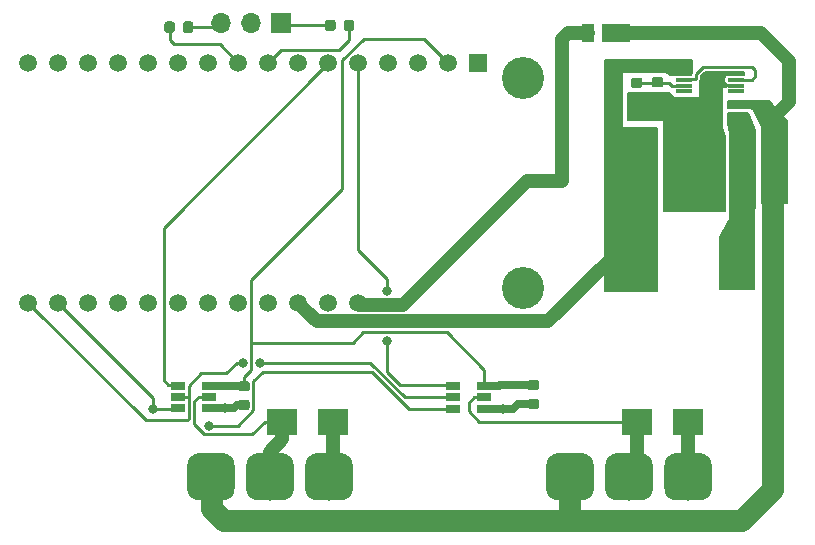
<source format=gbr>
G04 #@! TF.GenerationSoftware,KiCad,Pcbnew,5.1.4*
G04 #@! TF.CreationDate,2019-08-27T14:39:49-04:00*
G04 #@! TF.ProjectId,siot-gateway-particle,73696f74-2d67-4617-9465-7761792d7061,rev?*
G04 #@! TF.SameCoordinates,Original*
G04 #@! TF.FileFunction,Copper,L1,Top*
G04 #@! TF.FilePolarity,Positive*
%FSLAX46Y46*%
G04 Gerber Fmt 4.6, Leading zero omitted, Abs format (unit mm)*
G04 Created by KiCad (PCBNEW 5.1.4) date 2019-08-27 14:39:49*
%MOMM*%
%LPD*%
G04 APERTURE LIST*
%ADD10C,1.508000*%
%ADD11R,1.508000X1.508000*%
%ADD12C,3.556000*%
%ADD13C,0.100000*%
%ADD14C,0.875000*%
%ADD15O,1.700000X1.700000*%
%ADD16R,1.700000X1.700000*%
%ADD17C,4.000000*%
%ADD18R,2.500000X2.300000*%
%ADD19R,1.050000X1.500000*%
%ADD20R,2.400000X1.500000*%
%ADD21C,0.800000*%
%ADD22R,1.650000X2.850000*%
%ADD23R,1.400000X0.300000*%
%ADD24C,1.250000*%
%ADD25C,1.600000*%
%ADD26C,1.800000*%
%ADD27R,1.220000X0.650000*%
%ADD28C,0.250000*%
%ADD29C,0.700000*%
%ADD30C,1.200000*%
%ADD31C,1.900000*%
%ADD32C,0.152400*%
G04 APERTURE END LIST*
D10*
X106540000Y-97050000D03*
X109080000Y-97050000D03*
X111620000Y-97050000D03*
X114160000Y-97050000D03*
X116700000Y-97050000D03*
X119240000Y-97050000D03*
X121780000Y-97050000D03*
X124320000Y-97050000D03*
X126860000Y-97050000D03*
X129400000Y-97050000D03*
X131940000Y-97050000D03*
X134480000Y-97050000D03*
X106540000Y-76730000D03*
X109080000Y-76730000D03*
X111620000Y-76730000D03*
X114160000Y-76730000D03*
X116700000Y-76730000D03*
X119240000Y-76730000D03*
X121780000Y-76730000D03*
X124320000Y-76730000D03*
X126860000Y-76730000D03*
X129400000Y-76730000D03*
X131940000Y-76730000D03*
X134480000Y-76730000D03*
X137020000Y-76730000D03*
X139560000Y-76730000D03*
X142100000Y-76730000D03*
D11*
X144640000Y-76730000D03*
D12*
X148450000Y-78000000D03*
X148450000Y-95780000D03*
D13*
G36*
X120315191Y-73226053D02*
G01*
X120336426Y-73229203D01*
X120357250Y-73234419D01*
X120377462Y-73241651D01*
X120396868Y-73250830D01*
X120415281Y-73261866D01*
X120432524Y-73274654D01*
X120448430Y-73289070D01*
X120462846Y-73304976D01*
X120475634Y-73322219D01*
X120486670Y-73340632D01*
X120495849Y-73360038D01*
X120503081Y-73380250D01*
X120508297Y-73401074D01*
X120511447Y-73422309D01*
X120512500Y-73443750D01*
X120512500Y-73956250D01*
X120511447Y-73977691D01*
X120508297Y-73998926D01*
X120503081Y-74019750D01*
X120495849Y-74039962D01*
X120486670Y-74059368D01*
X120475634Y-74077781D01*
X120462846Y-74095024D01*
X120448430Y-74110930D01*
X120432524Y-74125346D01*
X120415281Y-74138134D01*
X120396868Y-74149170D01*
X120377462Y-74158349D01*
X120357250Y-74165581D01*
X120336426Y-74170797D01*
X120315191Y-74173947D01*
X120293750Y-74175000D01*
X119856250Y-74175000D01*
X119834809Y-74173947D01*
X119813574Y-74170797D01*
X119792750Y-74165581D01*
X119772538Y-74158349D01*
X119753132Y-74149170D01*
X119734719Y-74138134D01*
X119717476Y-74125346D01*
X119701570Y-74110930D01*
X119687154Y-74095024D01*
X119674366Y-74077781D01*
X119663330Y-74059368D01*
X119654151Y-74039962D01*
X119646919Y-74019750D01*
X119641703Y-73998926D01*
X119638553Y-73977691D01*
X119637500Y-73956250D01*
X119637500Y-73443750D01*
X119638553Y-73422309D01*
X119641703Y-73401074D01*
X119646919Y-73380250D01*
X119654151Y-73360038D01*
X119663330Y-73340632D01*
X119674366Y-73322219D01*
X119687154Y-73304976D01*
X119701570Y-73289070D01*
X119717476Y-73274654D01*
X119734719Y-73261866D01*
X119753132Y-73250830D01*
X119772538Y-73241651D01*
X119792750Y-73234419D01*
X119813574Y-73229203D01*
X119834809Y-73226053D01*
X119856250Y-73225000D01*
X120293750Y-73225000D01*
X120315191Y-73226053D01*
X120315191Y-73226053D01*
G37*
D14*
X120075000Y-73700000D03*
D13*
G36*
X118740191Y-73226053D02*
G01*
X118761426Y-73229203D01*
X118782250Y-73234419D01*
X118802462Y-73241651D01*
X118821868Y-73250830D01*
X118840281Y-73261866D01*
X118857524Y-73274654D01*
X118873430Y-73289070D01*
X118887846Y-73304976D01*
X118900634Y-73322219D01*
X118911670Y-73340632D01*
X118920849Y-73360038D01*
X118928081Y-73380250D01*
X118933297Y-73401074D01*
X118936447Y-73422309D01*
X118937500Y-73443750D01*
X118937500Y-73956250D01*
X118936447Y-73977691D01*
X118933297Y-73998926D01*
X118928081Y-74019750D01*
X118920849Y-74039962D01*
X118911670Y-74059368D01*
X118900634Y-74077781D01*
X118887846Y-74095024D01*
X118873430Y-74110930D01*
X118857524Y-74125346D01*
X118840281Y-74138134D01*
X118821868Y-74149170D01*
X118802462Y-74158349D01*
X118782250Y-74165581D01*
X118761426Y-74170797D01*
X118740191Y-74173947D01*
X118718750Y-74175000D01*
X118281250Y-74175000D01*
X118259809Y-74173947D01*
X118238574Y-74170797D01*
X118217750Y-74165581D01*
X118197538Y-74158349D01*
X118178132Y-74149170D01*
X118159719Y-74138134D01*
X118142476Y-74125346D01*
X118126570Y-74110930D01*
X118112154Y-74095024D01*
X118099366Y-74077781D01*
X118088330Y-74059368D01*
X118079151Y-74039962D01*
X118071919Y-74019750D01*
X118066703Y-73998926D01*
X118063553Y-73977691D01*
X118062500Y-73956250D01*
X118062500Y-73443750D01*
X118063553Y-73422309D01*
X118066703Y-73401074D01*
X118071919Y-73380250D01*
X118079151Y-73360038D01*
X118088330Y-73340632D01*
X118099366Y-73322219D01*
X118112154Y-73304976D01*
X118126570Y-73289070D01*
X118142476Y-73274654D01*
X118159719Y-73261866D01*
X118178132Y-73250830D01*
X118197538Y-73241651D01*
X118217750Y-73234419D01*
X118238574Y-73229203D01*
X118259809Y-73226053D01*
X118281250Y-73225000D01*
X118718750Y-73225000D01*
X118740191Y-73226053D01*
X118740191Y-73226053D01*
G37*
D14*
X118500000Y-73700000D03*
D13*
G36*
X132352691Y-73076053D02*
G01*
X132373926Y-73079203D01*
X132394750Y-73084419D01*
X132414962Y-73091651D01*
X132434368Y-73100830D01*
X132452781Y-73111866D01*
X132470024Y-73124654D01*
X132485930Y-73139070D01*
X132500346Y-73154976D01*
X132513134Y-73172219D01*
X132524170Y-73190632D01*
X132533349Y-73210038D01*
X132540581Y-73230250D01*
X132545797Y-73251074D01*
X132548947Y-73272309D01*
X132550000Y-73293750D01*
X132550000Y-73806250D01*
X132548947Y-73827691D01*
X132545797Y-73848926D01*
X132540581Y-73869750D01*
X132533349Y-73889962D01*
X132524170Y-73909368D01*
X132513134Y-73927781D01*
X132500346Y-73945024D01*
X132485930Y-73960930D01*
X132470024Y-73975346D01*
X132452781Y-73988134D01*
X132434368Y-73999170D01*
X132414962Y-74008349D01*
X132394750Y-74015581D01*
X132373926Y-74020797D01*
X132352691Y-74023947D01*
X132331250Y-74025000D01*
X131893750Y-74025000D01*
X131872309Y-74023947D01*
X131851074Y-74020797D01*
X131830250Y-74015581D01*
X131810038Y-74008349D01*
X131790632Y-73999170D01*
X131772219Y-73988134D01*
X131754976Y-73975346D01*
X131739070Y-73960930D01*
X131724654Y-73945024D01*
X131711866Y-73927781D01*
X131700830Y-73909368D01*
X131691651Y-73889962D01*
X131684419Y-73869750D01*
X131679203Y-73848926D01*
X131676053Y-73827691D01*
X131675000Y-73806250D01*
X131675000Y-73293750D01*
X131676053Y-73272309D01*
X131679203Y-73251074D01*
X131684419Y-73230250D01*
X131691651Y-73210038D01*
X131700830Y-73190632D01*
X131711866Y-73172219D01*
X131724654Y-73154976D01*
X131739070Y-73139070D01*
X131754976Y-73124654D01*
X131772219Y-73111866D01*
X131790632Y-73100830D01*
X131810038Y-73091651D01*
X131830250Y-73084419D01*
X131851074Y-73079203D01*
X131872309Y-73076053D01*
X131893750Y-73075000D01*
X132331250Y-73075000D01*
X132352691Y-73076053D01*
X132352691Y-73076053D01*
G37*
D14*
X132112500Y-73550000D03*
D13*
G36*
X133927691Y-73076053D02*
G01*
X133948926Y-73079203D01*
X133969750Y-73084419D01*
X133989962Y-73091651D01*
X134009368Y-73100830D01*
X134027781Y-73111866D01*
X134045024Y-73124654D01*
X134060930Y-73139070D01*
X134075346Y-73154976D01*
X134088134Y-73172219D01*
X134099170Y-73190632D01*
X134108349Y-73210038D01*
X134115581Y-73230250D01*
X134120797Y-73251074D01*
X134123947Y-73272309D01*
X134125000Y-73293750D01*
X134125000Y-73806250D01*
X134123947Y-73827691D01*
X134120797Y-73848926D01*
X134115581Y-73869750D01*
X134108349Y-73889962D01*
X134099170Y-73909368D01*
X134088134Y-73927781D01*
X134075346Y-73945024D01*
X134060930Y-73960930D01*
X134045024Y-73975346D01*
X134027781Y-73988134D01*
X134009368Y-73999170D01*
X133989962Y-74008349D01*
X133969750Y-74015581D01*
X133948926Y-74020797D01*
X133927691Y-74023947D01*
X133906250Y-74025000D01*
X133468750Y-74025000D01*
X133447309Y-74023947D01*
X133426074Y-74020797D01*
X133405250Y-74015581D01*
X133385038Y-74008349D01*
X133365632Y-73999170D01*
X133347219Y-73988134D01*
X133329976Y-73975346D01*
X133314070Y-73960930D01*
X133299654Y-73945024D01*
X133286866Y-73927781D01*
X133275830Y-73909368D01*
X133266651Y-73889962D01*
X133259419Y-73869750D01*
X133254203Y-73848926D01*
X133251053Y-73827691D01*
X133250000Y-73806250D01*
X133250000Y-73293750D01*
X133251053Y-73272309D01*
X133254203Y-73251074D01*
X133259419Y-73230250D01*
X133266651Y-73210038D01*
X133275830Y-73190632D01*
X133286866Y-73172219D01*
X133299654Y-73154976D01*
X133314070Y-73139070D01*
X133329976Y-73124654D01*
X133347219Y-73111866D01*
X133365632Y-73100830D01*
X133385038Y-73091651D01*
X133405250Y-73084419D01*
X133426074Y-73079203D01*
X133447309Y-73076053D01*
X133468750Y-73075000D01*
X133906250Y-73075000D01*
X133927691Y-73076053D01*
X133927691Y-73076053D01*
G37*
D14*
X133687500Y-73550000D03*
D15*
X122870000Y-73350000D03*
X125410000Y-73350000D03*
D16*
X127950000Y-73350000D03*
D13*
G36*
X163498017Y-109764815D02*
G01*
X163595090Y-109779215D01*
X163690285Y-109803060D01*
X163782683Y-109836120D01*
X163871397Y-109878079D01*
X163955570Y-109928530D01*
X164034393Y-109986990D01*
X164107107Y-110052893D01*
X164173010Y-110125607D01*
X164231470Y-110204430D01*
X164281921Y-110288603D01*
X164323880Y-110377317D01*
X164356940Y-110469715D01*
X164380785Y-110564910D01*
X164395185Y-110661983D01*
X164400000Y-110760000D01*
X164400000Y-112760000D01*
X164395185Y-112858017D01*
X164380785Y-112955090D01*
X164356940Y-113050285D01*
X164323880Y-113142683D01*
X164281921Y-113231397D01*
X164231470Y-113315570D01*
X164173010Y-113394393D01*
X164107107Y-113467107D01*
X164034393Y-113533010D01*
X163955570Y-113591470D01*
X163871397Y-113641921D01*
X163782683Y-113683880D01*
X163690285Y-113716940D01*
X163595090Y-113740785D01*
X163498017Y-113755185D01*
X163400000Y-113760000D01*
X161400000Y-113760000D01*
X161301983Y-113755185D01*
X161204910Y-113740785D01*
X161109715Y-113716940D01*
X161017317Y-113683880D01*
X160928603Y-113641921D01*
X160844430Y-113591470D01*
X160765607Y-113533010D01*
X160692893Y-113467107D01*
X160626990Y-113394393D01*
X160568530Y-113315570D01*
X160518079Y-113231397D01*
X160476120Y-113142683D01*
X160443060Y-113050285D01*
X160419215Y-112955090D01*
X160404815Y-112858017D01*
X160400000Y-112760000D01*
X160400000Y-110760000D01*
X160404815Y-110661983D01*
X160419215Y-110564910D01*
X160443060Y-110469715D01*
X160476120Y-110377317D01*
X160518079Y-110288603D01*
X160568530Y-110204430D01*
X160626990Y-110125607D01*
X160692893Y-110052893D01*
X160765607Y-109986990D01*
X160844430Y-109928530D01*
X160928603Y-109878079D01*
X161017317Y-109836120D01*
X161109715Y-109803060D01*
X161204910Y-109779215D01*
X161301983Y-109764815D01*
X161400000Y-109760000D01*
X163400000Y-109760000D01*
X163498017Y-109764815D01*
X163498017Y-109764815D01*
G37*
D17*
X162400000Y-111760000D03*
D13*
G36*
X158498017Y-109764815D02*
G01*
X158595090Y-109779215D01*
X158690285Y-109803060D01*
X158782683Y-109836120D01*
X158871397Y-109878079D01*
X158955570Y-109928530D01*
X159034393Y-109986990D01*
X159107107Y-110052893D01*
X159173010Y-110125607D01*
X159231470Y-110204430D01*
X159281921Y-110288603D01*
X159323880Y-110377317D01*
X159356940Y-110469715D01*
X159380785Y-110564910D01*
X159395185Y-110661983D01*
X159400000Y-110760000D01*
X159400000Y-112760000D01*
X159395185Y-112858017D01*
X159380785Y-112955090D01*
X159356940Y-113050285D01*
X159323880Y-113142683D01*
X159281921Y-113231397D01*
X159231470Y-113315570D01*
X159173010Y-113394393D01*
X159107107Y-113467107D01*
X159034393Y-113533010D01*
X158955570Y-113591470D01*
X158871397Y-113641921D01*
X158782683Y-113683880D01*
X158690285Y-113716940D01*
X158595090Y-113740785D01*
X158498017Y-113755185D01*
X158400000Y-113760000D01*
X156400000Y-113760000D01*
X156301983Y-113755185D01*
X156204910Y-113740785D01*
X156109715Y-113716940D01*
X156017317Y-113683880D01*
X155928603Y-113641921D01*
X155844430Y-113591470D01*
X155765607Y-113533010D01*
X155692893Y-113467107D01*
X155626990Y-113394393D01*
X155568530Y-113315570D01*
X155518079Y-113231397D01*
X155476120Y-113142683D01*
X155443060Y-113050285D01*
X155419215Y-112955090D01*
X155404815Y-112858017D01*
X155400000Y-112760000D01*
X155400000Y-110760000D01*
X155404815Y-110661983D01*
X155419215Y-110564910D01*
X155443060Y-110469715D01*
X155476120Y-110377317D01*
X155518079Y-110288603D01*
X155568530Y-110204430D01*
X155626990Y-110125607D01*
X155692893Y-110052893D01*
X155765607Y-109986990D01*
X155844430Y-109928530D01*
X155928603Y-109878079D01*
X156017317Y-109836120D01*
X156109715Y-109803060D01*
X156204910Y-109779215D01*
X156301983Y-109764815D01*
X156400000Y-109760000D01*
X158400000Y-109760000D01*
X158498017Y-109764815D01*
X158498017Y-109764815D01*
G37*
D17*
X157400000Y-111760000D03*
D13*
G36*
X153498017Y-109764815D02*
G01*
X153595090Y-109779215D01*
X153690285Y-109803060D01*
X153782683Y-109836120D01*
X153871397Y-109878079D01*
X153955570Y-109928530D01*
X154034393Y-109986990D01*
X154107107Y-110052893D01*
X154173010Y-110125607D01*
X154231470Y-110204430D01*
X154281921Y-110288603D01*
X154323880Y-110377317D01*
X154356940Y-110469715D01*
X154380785Y-110564910D01*
X154395185Y-110661983D01*
X154400000Y-110760000D01*
X154400000Y-112760000D01*
X154395185Y-112858017D01*
X154380785Y-112955090D01*
X154356940Y-113050285D01*
X154323880Y-113142683D01*
X154281921Y-113231397D01*
X154231470Y-113315570D01*
X154173010Y-113394393D01*
X154107107Y-113467107D01*
X154034393Y-113533010D01*
X153955570Y-113591470D01*
X153871397Y-113641921D01*
X153782683Y-113683880D01*
X153690285Y-113716940D01*
X153595090Y-113740785D01*
X153498017Y-113755185D01*
X153400000Y-113760000D01*
X151400000Y-113760000D01*
X151301983Y-113755185D01*
X151204910Y-113740785D01*
X151109715Y-113716940D01*
X151017317Y-113683880D01*
X150928603Y-113641921D01*
X150844430Y-113591470D01*
X150765607Y-113533010D01*
X150692893Y-113467107D01*
X150626990Y-113394393D01*
X150568530Y-113315570D01*
X150518079Y-113231397D01*
X150476120Y-113142683D01*
X150443060Y-113050285D01*
X150419215Y-112955090D01*
X150404815Y-112858017D01*
X150400000Y-112760000D01*
X150400000Y-110760000D01*
X150404815Y-110661983D01*
X150419215Y-110564910D01*
X150443060Y-110469715D01*
X150476120Y-110377317D01*
X150518079Y-110288603D01*
X150568530Y-110204430D01*
X150626990Y-110125607D01*
X150692893Y-110052893D01*
X150765607Y-109986990D01*
X150844430Y-109928530D01*
X150928603Y-109878079D01*
X151017317Y-109836120D01*
X151109715Y-109803060D01*
X151204910Y-109779215D01*
X151301983Y-109764815D01*
X151400000Y-109760000D01*
X153400000Y-109760000D01*
X153498017Y-109764815D01*
X153498017Y-109764815D01*
G37*
D17*
X152400000Y-111760000D03*
D13*
G36*
X133098017Y-109764815D02*
G01*
X133195090Y-109779215D01*
X133290285Y-109803060D01*
X133382683Y-109836120D01*
X133471397Y-109878079D01*
X133555570Y-109928530D01*
X133634393Y-109986990D01*
X133707107Y-110052893D01*
X133773010Y-110125607D01*
X133831470Y-110204430D01*
X133881921Y-110288603D01*
X133923880Y-110377317D01*
X133956940Y-110469715D01*
X133980785Y-110564910D01*
X133995185Y-110661983D01*
X134000000Y-110760000D01*
X134000000Y-112760000D01*
X133995185Y-112858017D01*
X133980785Y-112955090D01*
X133956940Y-113050285D01*
X133923880Y-113142683D01*
X133881921Y-113231397D01*
X133831470Y-113315570D01*
X133773010Y-113394393D01*
X133707107Y-113467107D01*
X133634393Y-113533010D01*
X133555570Y-113591470D01*
X133471397Y-113641921D01*
X133382683Y-113683880D01*
X133290285Y-113716940D01*
X133195090Y-113740785D01*
X133098017Y-113755185D01*
X133000000Y-113760000D01*
X131000000Y-113760000D01*
X130901983Y-113755185D01*
X130804910Y-113740785D01*
X130709715Y-113716940D01*
X130617317Y-113683880D01*
X130528603Y-113641921D01*
X130444430Y-113591470D01*
X130365607Y-113533010D01*
X130292893Y-113467107D01*
X130226990Y-113394393D01*
X130168530Y-113315570D01*
X130118079Y-113231397D01*
X130076120Y-113142683D01*
X130043060Y-113050285D01*
X130019215Y-112955090D01*
X130004815Y-112858017D01*
X130000000Y-112760000D01*
X130000000Y-110760000D01*
X130004815Y-110661983D01*
X130019215Y-110564910D01*
X130043060Y-110469715D01*
X130076120Y-110377317D01*
X130118079Y-110288603D01*
X130168530Y-110204430D01*
X130226990Y-110125607D01*
X130292893Y-110052893D01*
X130365607Y-109986990D01*
X130444430Y-109928530D01*
X130528603Y-109878079D01*
X130617317Y-109836120D01*
X130709715Y-109803060D01*
X130804910Y-109779215D01*
X130901983Y-109764815D01*
X131000000Y-109760000D01*
X133000000Y-109760000D01*
X133098017Y-109764815D01*
X133098017Y-109764815D01*
G37*
D17*
X132000000Y-111760000D03*
D13*
G36*
X128098017Y-109764815D02*
G01*
X128195090Y-109779215D01*
X128290285Y-109803060D01*
X128382683Y-109836120D01*
X128471397Y-109878079D01*
X128555570Y-109928530D01*
X128634393Y-109986990D01*
X128707107Y-110052893D01*
X128773010Y-110125607D01*
X128831470Y-110204430D01*
X128881921Y-110288603D01*
X128923880Y-110377317D01*
X128956940Y-110469715D01*
X128980785Y-110564910D01*
X128995185Y-110661983D01*
X129000000Y-110760000D01*
X129000000Y-112760000D01*
X128995185Y-112858017D01*
X128980785Y-112955090D01*
X128956940Y-113050285D01*
X128923880Y-113142683D01*
X128881921Y-113231397D01*
X128831470Y-113315570D01*
X128773010Y-113394393D01*
X128707107Y-113467107D01*
X128634393Y-113533010D01*
X128555570Y-113591470D01*
X128471397Y-113641921D01*
X128382683Y-113683880D01*
X128290285Y-113716940D01*
X128195090Y-113740785D01*
X128098017Y-113755185D01*
X128000000Y-113760000D01*
X126000000Y-113760000D01*
X125901983Y-113755185D01*
X125804910Y-113740785D01*
X125709715Y-113716940D01*
X125617317Y-113683880D01*
X125528603Y-113641921D01*
X125444430Y-113591470D01*
X125365607Y-113533010D01*
X125292893Y-113467107D01*
X125226990Y-113394393D01*
X125168530Y-113315570D01*
X125118079Y-113231397D01*
X125076120Y-113142683D01*
X125043060Y-113050285D01*
X125019215Y-112955090D01*
X125004815Y-112858017D01*
X125000000Y-112760000D01*
X125000000Y-110760000D01*
X125004815Y-110661983D01*
X125019215Y-110564910D01*
X125043060Y-110469715D01*
X125076120Y-110377317D01*
X125118079Y-110288603D01*
X125168530Y-110204430D01*
X125226990Y-110125607D01*
X125292893Y-110052893D01*
X125365607Y-109986990D01*
X125444430Y-109928530D01*
X125528603Y-109878079D01*
X125617317Y-109836120D01*
X125709715Y-109803060D01*
X125804910Y-109779215D01*
X125901983Y-109764815D01*
X126000000Y-109760000D01*
X128000000Y-109760000D01*
X128098017Y-109764815D01*
X128098017Y-109764815D01*
G37*
D17*
X127000000Y-111760000D03*
D13*
G36*
X123098017Y-109764815D02*
G01*
X123195090Y-109779215D01*
X123290285Y-109803060D01*
X123382683Y-109836120D01*
X123471397Y-109878079D01*
X123555570Y-109928530D01*
X123634393Y-109986990D01*
X123707107Y-110052893D01*
X123773010Y-110125607D01*
X123831470Y-110204430D01*
X123881921Y-110288603D01*
X123923880Y-110377317D01*
X123956940Y-110469715D01*
X123980785Y-110564910D01*
X123995185Y-110661983D01*
X124000000Y-110760000D01*
X124000000Y-112760000D01*
X123995185Y-112858017D01*
X123980785Y-112955090D01*
X123956940Y-113050285D01*
X123923880Y-113142683D01*
X123881921Y-113231397D01*
X123831470Y-113315570D01*
X123773010Y-113394393D01*
X123707107Y-113467107D01*
X123634393Y-113533010D01*
X123555570Y-113591470D01*
X123471397Y-113641921D01*
X123382683Y-113683880D01*
X123290285Y-113716940D01*
X123195090Y-113740785D01*
X123098017Y-113755185D01*
X123000000Y-113760000D01*
X121000000Y-113760000D01*
X120901983Y-113755185D01*
X120804910Y-113740785D01*
X120709715Y-113716940D01*
X120617317Y-113683880D01*
X120528603Y-113641921D01*
X120444430Y-113591470D01*
X120365607Y-113533010D01*
X120292893Y-113467107D01*
X120226990Y-113394393D01*
X120168530Y-113315570D01*
X120118079Y-113231397D01*
X120076120Y-113142683D01*
X120043060Y-113050285D01*
X120019215Y-112955090D01*
X120004815Y-112858017D01*
X120000000Y-112760000D01*
X120000000Y-110760000D01*
X120004815Y-110661983D01*
X120019215Y-110564910D01*
X120043060Y-110469715D01*
X120076120Y-110377317D01*
X120118079Y-110288603D01*
X120168530Y-110204430D01*
X120226990Y-110125607D01*
X120292893Y-110052893D01*
X120365607Y-109986990D01*
X120444430Y-109928530D01*
X120528603Y-109878079D01*
X120617317Y-109836120D01*
X120709715Y-109803060D01*
X120804910Y-109779215D01*
X120901983Y-109764815D01*
X121000000Y-109760000D01*
X123000000Y-109760000D01*
X123098017Y-109764815D01*
X123098017Y-109764815D01*
G37*
D17*
X122000000Y-111760000D03*
D18*
X162350000Y-107100000D03*
X158050000Y-107100000D03*
X132350000Y-107100000D03*
X128050000Y-107100000D03*
D19*
X153923000Y-74168000D03*
D20*
X156298000Y-74168000D03*
D21*
X164242000Y-80398000D03*
X164242000Y-78398000D03*
X164242000Y-79398000D03*
D22*
X164242000Y-79398000D03*
D23*
X162042000Y-77648000D03*
X162042000Y-78148000D03*
X162042000Y-78648000D03*
X166442000Y-77648000D03*
X166442000Y-78148000D03*
X166442000Y-78648000D03*
X162042000Y-81148000D03*
X162042000Y-80148000D03*
X162042000Y-79148000D03*
X166442000Y-79148000D03*
X166442000Y-80148000D03*
X166442000Y-81148000D03*
D13*
G36*
X161859504Y-83086204D02*
G01*
X161883773Y-83089804D01*
X161907571Y-83095765D01*
X161930671Y-83104030D01*
X161952849Y-83114520D01*
X161973893Y-83127133D01*
X161993598Y-83141747D01*
X162011777Y-83158223D01*
X162028253Y-83176402D01*
X162042867Y-83196107D01*
X162055480Y-83217151D01*
X162065970Y-83239329D01*
X162074235Y-83262429D01*
X162080196Y-83286227D01*
X162083796Y-83310496D01*
X162085000Y-83335000D01*
X162085000Y-85485000D01*
X162083796Y-85509504D01*
X162080196Y-85533773D01*
X162074235Y-85557571D01*
X162065970Y-85580671D01*
X162055480Y-85602849D01*
X162042867Y-85623893D01*
X162028253Y-85643598D01*
X162011777Y-85661777D01*
X161993598Y-85678253D01*
X161973893Y-85692867D01*
X161952849Y-85705480D01*
X161930671Y-85715970D01*
X161907571Y-85724235D01*
X161883773Y-85730196D01*
X161859504Y-85733796D01*
X161835000Y-85735000D01*
X161085000Y-85735000D01*
X161060496Y-85733796D01*
X161036227Y-85730196D01*
X161012429Y-85724235D01*
X160989329Y-85715970D01*
X160967151Y-85705480D01*
X160946107Y-85692867D01*
X160926402Y-85678253D01*
X160908223Y-85661777D01*
X160891747Y-85643598D01*
X160877133Y-85623893D01*
X160864520Y-85602849D01*
X160854030Y-85580671D01*
X160845765Y-85557571D01*
X160839804Y-85533773D01*
X160836204Y-85509504D01*
X160835000Y-85485000D01*
X160835000Y-83335000D01*
X160836204Y-83310496D01*
X160839804Y-83286227D01*
X160845765Y-83262429D01*
X160854030Y-83239329D01*
X160864520Y-83217151D01*
X160877133Y-83196107D01*
X160891747Y-83176402D01*
X160908223Y-83158223D01*
X160926402Y-83141747D01*
X160946107Y-83127133D01*
X160967151Y-83114520D01*
X160989329Y-83104030D01*
X161012429Y-83095765D01*
X161036227Y-83089804D01*
X161060496Y-83086204D01*
X161085000Y-83085000D01*
X161835000Y-83085000D01*
X161859504Y-83086204D01*
X161859504Y-83086204D01*
G37*
D24*
X161460000Y-84410000D03*
D13*
G36*
X159059504Y-83086204D02*
G01*
X159083773Y-83089804D01*
X159107571Y-83095765D01*
X159130671Y-83104030D01*
X159152849Y-83114520D01*
X159173893Y-83127133D01*
X159193598Y-83141747D01*
X159211777Y-83158223D01*
X159228253Y-83176402D01*
X159242867Y-83196107D01*
X159255480Y-83217151D01*
X159265970Y-83239329D01*
X159274235Y-83262429D01*
X159280196Y-83286227D01*
X159283796Y-83310496D01*
X159285000Y-83335000D01*
X159285000Y-85485000D01*
X159283796Y-85509504D01*
X159280196Y-85533773D01*
X159274235Y-85557571D01*
X159265970Y-85580671D01*
X159255480Y-85602849D01*
X159242867Y-85623893D01*
X159228253Y-85643598D01*
X159211777Y-85661777D01*
X159193598Y-85678253D01*
X159173893Y-85692867D01*
X159152849Y-85705480D01*
X159130671Y-85715970D01*
X159107571Y-85724235D01*
X159083773Y-85730196D01*
X159059504Y-85733796D01*
X159035000Y-85735000D01*
X158285000Y-85735000D01*
X158260496Y-85733796D01*
X158236227Y-85730196D01*
X158212429Y-85724235D01*
X158189329Y-85715970D01*
X158167151Y-85705480D01*
X158146107Y-85692867D01*
X158126402Y-85678253D01*
X158108223Y-85661777D01*
X158091747Y-85643598D01*
X158077133Y-85623893D01*
X158064520Y-85602849D01*
X158054030Y-85580671D01*
X158045765Y-85557571D01*
X158039804Y-85533773D01*
X158036204Y-85509504D01*
X158035000Y-85485000D01*
X158035000Y-83335000D01*
X158036204Y-83310496D01*
X158039804Y-83286227D01*
X158045765Y-83262429D01*
X158054030Y-83239329D01*
X158064520Y-83217151D01*
X158077133Y-83196107D01*
X158091747Y-83176402D01*
X158108223Y-83158223D01*
X158126402Y-83141747D01*
X158146107Y-83127133D01*
X158167151Y-83114520D01*
X158189329Y-83104030D01*
X158212429Y-83095765D01*
X158236227Y-83089804D01*
X158260496Y-83086204D01*
X158285000Y-83085000D01*
X159035000Y-83085000D01*
X159059504Y-83086204D01*
X159059504Y-83086204D01*
G37*
D24*
X158660000Y-84410000D03*
D13*
G36*
X160087691Y-79511053D02*
G01*
X160108926Y-79514203D01*
X160129750Y-79519419D01*
X160149962Y-79526651D01*
X160169368Y-79535830D01*
X160187781Y-79546866D01*
X160205024Y-79559654D01*
X160220930Y-79574070D01*
X160235346Y-79589976D01*
X160248134Y-79607219D01*
X160259170Y-79625632D01*
X160268349Y-79645038D01*
X160275581Y-79665250D01*
X160280797Y-79686074D01*
X160283947Y-79707309D01*
X160285000Y-79728750D01*
X160285000Y-80166250D01*
X160283947Y-80187691D01*
X160280797Y-80208926D01*
X160275581Y-80229750D01*
X160268349Y-80249962D01*
X160259170Y-80269368D01*
X160248134Y-80287781D01*
X160235346Y-80305024D01*
X160220930Y-80320930D01*
X160205024Y-80335346D01*
X160187781Y-80348134D01*
X160169368Y-80359170D01*
X160149962Y-80368349D01*
X160129750Y-80375581D01*
X160108926Y-80380797D01*
X160087691Y-80383947D01*
X160066250Y-80385000D01*
X159553750Y-80385000D01*
X159532309Y-80383947D01*
X159511074Y-80380797D01*
X159490250Y-80375581D01*
X159470038Y-80368349D01*
X159450632Y-80359170D01*
X159432219Y-80348134D01*
X159414976Y-80335346D01*
X159399070Y-80320930D01*
X159384654Y-80305024D01*
X159371866Y-80287781D01*
X159360830Y-80269368D01*
X159351651Y-80249962D01*
X159344419Y-80229750D01*
X159339203Y-80208926D01*
X159336053Y-80187691D01*
X159335000Y-80166250D01*
X159335000Y-79728750D01*
X159336053Y-79707309D01*
X159339203Y-79686074D01*
X159344419Y-79665250D01*
X159351651Y-79645038D01*
X159360830Y-79625632D01*
X159371866Y-79607219D01*
X159384654Y-79589976D01*
X159399070Y-79574070D01*
X159414976Y-79559654D01*
X159432219Y-79546866D01*
X159450632Y-79535830D01*
X159470038Y-79526651D01*
X159490250Y-79519419D01*
X159511074Y-79514203D01*
X159532309Y-79511053D01*
X159553750Y-79510000D01*
X160066250Y-79510000D01*
X160087691Y-79511053D01*
X160087691Y-79511053D01*
G37*
D14*
X159810000Y-79947500D03*
D13*
G36*
X160087691Y-77936053D02*
G01*
X160108926Y-77939203D01*
X160129750Y-77944419D01*
X160149962Y-77951651D01*
X160169368Y-77960830D01*
X160187781Y-77971866D01*
X160205024Y-77984654D01*
X160220930Y-77999070D01*
X160235346Y-78014976D01*
X160248134Y-78032219D01*
X160259170Y-78050632D01*
X160268349Y-78070038D01*
X160275581Y-78090250D01*
X160280797Y-78111074D01*
X160283947Y-78132309D01*
X160285000Y-78153750D01*
X160285000Y-78591250D01*
X160283947Y-78612691D01*
X160280797Y-78633926D01*
X160275581Y-78654750D01*
X160268349Y-78674962D01*
X160259170Y-78694368D01*
X160248134Y-78712781D01*
X160235346Y-78730024D01*
X160220930Y-78745930D01*
X160205024Y-78760346D01*
X160187781Y-78773134D01*
X160169368Y-78784170D01*
X160149962Y-78793349D01*
X160129750Y-78800581D01*
X160108926Y-78805797D01*
X160087691Y-78808947D01*
X160066250Y-78810000D01*
X159553750Y-78810000D01*
X159532309Y-78808947D01*
X159511074Y-78805797D01*
X159490250Y-78800581D01*
X159470038Y-78793349D01*
X159450632Y-78784170D01*
X159432219Y-78773134D01*
X159414976Y-78760346D01*
X159399070Y-78745930D01*
X159384654Y-78730024D01*
X159371866Y-78712781D01*
X159360830Y-78694368D01*
X159351651Y-78674962D01*
X159344419Y-78654750D01*
X159339203Y-78633926D01*
X159336053Y-78612691D01*
X159335000Y-78591250D01*
X159335000Y-78153750D01*
X159336053Y-78132309D01*
X159339203Y-78111074D01*
X159344419Y-78090250D01*
X159351651Y-78070038D01*
X159360830Y-78050632D01*
X159371866Y-78032219D01*
X159384654Y-78014976D01*
X159399070Y-77999070D01*
X159414976Y-77984654D01*
X159432219Y-77971866D01*
X159450632Y-77960830D01*
X159470038Y-77951651D01*
X159490250Y-77944419D01*
X159511074Y-77939203D01*
X159532309Y-77936053D01*
X159553750Y-77935000D01*
X160066250Y-77935000D01*
X160087691Y-77936053D01*
X160087691Y-77936053D01*
G37*
D14*
X159810000Y-78372500D03*
D13*
G36*
X161859504Y-86336204D02*
G01*
X161883773Y-86339804D01*
X161907571Y-86345765D01*
X161930671Y-86354030D01*
X161952849Y-86364520D01*
X161973893Y-86377133D01*
X161993598Y-86391747D01*
X162011777Y-86408223D01*
X162028253Y-86426402D01*
X162042867Y-86446107D01*
X162055480Y-86467151D01*
X162065970Y-86489329D01*
X162074235Y-86512429D01*
X162080196Y-86536227D01*
X162083796Y-86560496D01*
X162085000Y-86585000D01*
X162085000Y-88735000D01*
X162083796Y-88759504D01*
X162080196Y-88783773D01*
X162074235Y-88807571D01*
X162065970Y-88830671D01*
X162055480Y-88852849D01*
X162042867Y-88873893D01*
X162028253Y-88893598D01*
X162011777Y-88911777D01*
X161993598Y-88928253D01*
X161973893Y-88942867D01*
X161952849Y-88955480D01*
X161930671Y-88965970D01*
X161907571Y-88974235D01*
X161883773Y-88980196D01*
X161859504Y-88983796D01*
X161835000Y-88985000D01*
X161085000Y-88985000D01*
X161060496Y-88983796D01*
X161036227Y-88980196D01*
X161012429Y-88974235D01*
X160989329Y-88965970D01*
X160967151Y-88955480D01*
X160946107Y-88942867D01*
X160926402Y-88928253D01*
X160908223Y-88911777D01*
X160891747Y-88893598D01*
X160877133Y-88873893D01*
X160864520Y-88852849D01*
X160854030Y-88830671D01*
X160845765Y-88807571D01*
X160839804Y-88783773D01*
X160836204Y-88759504D01*
X160835000Y-88735000D01*
X160835000Y-86585000D01*
X160836204Y-86560496D01*
X160839804Y-86536227D01*
X160845765Y-86512429D01*
X160854030Y-86489329D01*
X160864520Y-86467151D01*
X160877133Y-86446107D01*
X160891747Y-86426402D01*
X160908223Y-86408223D01*
X160926402Y-86391747D01*
X160946107Y-86377133D01*
X160967151Y-86364520D01*
X160989329Y-86354030D01*
X161012429Y-86345765D01*
X161036227Y-86339804D01*
X161060496Y-86336204D01*
X161085000Y-86335000D01*
X161835000Y-86335000D01*
X161859504Y-86336204D01*
X161859504Y-86336204D01*
G37*
D24*
X161460000Y-87660000D03*
D13*
G36*
X159059504Y-86336204D02*
G01*
X159083773Y-86339804D01*
X159107571Y-86345765D01*
X159130671Y-86354030D01*
X159152849Y-86364520D01*
X159173893Y-86377133D01*
X159193598Y-86391747D01*
X159211777Y-86408223D01*
X159228253Y-86426402D01*
X159242867Y-86446107D01*
X159255480Y-86467151D01*
X159265970Y-86489329D01*
X159274235Y-86512429D01*
X159280196Y-86536227D01*
X159283796Y-86560496D01*
X159285000Y-86585000D01*
X159285000Y-88735000D01*
X159283796Y-88759504D01*
X159280196Y-88783773D01*
X159274235Y-88807571D01*
X159265970Y-88830671D01*
X159255480Y-88852849D01*
X159242867Y-88873893D01*
X159228253Y-88893598D01*
X159211777Y-88911777D01*
X159193598Y-88928253D01*
X159173893Y-88942867D01*
X159152849Y-88955480D01*
X159130671Y-88965970D01*
X159107571Y-88974235D01*
X159083773Y-88980196D01*
X159059504Y-88983796D01*
X159035000Y-88985000D01*
X158285000Y-88985000D01*
X158260496Y-88983796D01*
X158236227Y-88980196D01*
X158212429Y-88974235D01*
X158189329Y-88965970D01*
X158167151Y-88955480D01*
X158146107Y-88942867D01*
X158126402Y-88928253D01*
X158108223Y-88911777D01*
X158091747Y-88893598D01*
X158077133Y-88873893D01*
X158064520Y-88852849D01*
X158054030Y-88830671D01*
X158045765Y-88807571D01*
X158039804Y-88783773D01*
X158036204Y-88759504D01*
X158035000Y-88735000D01*
X158035000Y-86585000D01*
X158036204Y-86560496D01*
X158039804Y-86536227D01*
X158045765Y-86512429D01*
X158054030Y-86489329D01*
X158064520Y-86467151D01*
X158077133Y-86446107D01*
X158091747Y-86426402D01*
X158108223Y-86408223D01*
X158126402Y-86391747D01*
X158146107Y-86377133D01*
X158167151Y-86364520D01*
X158189329Y-86354030D01*
X158212429Y-86345765D01*
X158236227Y-86339804D01*
X158260496Y-86336204D01*
X158285000Y-86335000D01*
X159035000Y-86335000D01*
X159059504Y-86336204D01*
X159059504Y-86336204D01*
G37*
D24*
X158660000Y-87660000D03*
D13*
G36*
X158337691Y-79548553D02*
G01*
X158358926Y-79551703D01*
X158379750Y-79556919D01*
X158399962Y-79564151D01*
X158419368Y-79573330D01*
X158437781Y-79584366D01*
X158455024Y-79597154D01*
X158470930Y-79611570D01*
X158485346Y-79627476D01*
X158498134Y-79644719D01*
X158509170Y-79663132D01*
X158518349Y-79682538D01*
X158525581Y-79702750D01*
X158530797Y-79723574D01*
X158533947Y-79744809D01*
X158535000Y-79766250D01*
X158535000Y-80203750D01*
X158533947Y-80225191D01*
X158530797Y-80246426D01*
X158525581Y-80267250D01*
X158518349Y-80287462D01*
X158509170Y-80306868D01*
X158498134Y-80325281D01*
X158485346Y-80342524D01*
X158470930Y-80358430D01*
X158455024Y-80372846D01*
X158437781Y-80385634D01*
X158419368Y-80396670D01*
X158399962Y-80405849D01*
X158379750Y-80413081D01*
X158358926Y-80418297D01*
X158337691Y-80421447D01*
X158316250Y-80422500D01*
X157803750Y-80422500D01*
X157782309Y-80421447D01*
X157761074Y-80418297D01*
X157740250Y-80413081D01*
X157720038Y-80405849D01*
X157700632Y-80396670D01*
X157682219Y-80385634D01*
X157664976Y-80372846D01*
X157649070Y-80358430D01*
X157634654Y-80342524D01*
X157621866Y-80325281D01*
X157610830Y-80306868D01*
X157601651Y-80287462D01*
X157594419Y-80267250D01*
X157589203Y-80246426D01*
X157586053Y-80225191D01*
X157585000Y-80203750D01*
X157585000Y-79766250D01*
X157586053Y-79744809D01*
X157589203Y-79723574D01*
X157594419Y-79702750D01*
X157601651Y-79682538D01*
X157610830Y-79663132D01*
X157621866Y-79644719D01*
X157634654Y-79627476D01*
X157649070Y-79611570D01*
X157664976Y-79597154D01*
X157682219Y-79584366D01*
X157700632Y-79573330D01*
X157720038Y-79564151D01*
X157740250Y-79556919D01*
X157761074Y-79551703D01*
X157782309Y-79548553D01*
X157803750Y-79547500D01*
X158316250Y-79547500D01*
X158337691Y-79548553D01*
X158337691Y-79548553D01*
G37*
D14*
X158060000Y-79985000D03*
D13*
G36*
X158337691Y-77973553D02*
G01*
X158358926Y-77976703D01*
X158379750Y-77981919D01*
X158399962Y-77989151D01*
X158419368Y-77998330D01*
X158437781Y-78009366D01*
X158455024Y-78022154D01*
X158470930Y-78036570D01*
X158485346Y-78052476D01*
X158498134Y-78069719D01*
X158509170Y-78088132D01*
X158518349Y-78107538D01*
X158525581Y-78127750D01*
X158530797Y-78148574D01*
X158533947Y-78169809D01*
X158535000Y-78191250D01*
X158535000Y-78628750D01*
X158533947Y-78650191D01*
X158530797Y-78671426D01*
X158525581Y-78692250D01*
X158518349Y-78712462D01*
X158509170Y-78731868D01*
X158498134Y-78750281D01*
X158485346Y-78767524D01*
X158470930Y-78783430D01*
X158455024Y-78797846D01*
X158437781Y-78810634D01*
X158419368Y-78821670D01*
X158399962Y-78830849D01*
X158379750Y-78838081D01*
X158358926Y-78843297D01*
X158337691Y-78846447D01*
X158316250Y-78847500D01*
X157803750Y-78847500D01*
X157782309Y-78846447D01*
X157761074Y-78843297D01*
X157740250Y-78838081D01*
X157720038Y-78830849D01*
X157700632Y-78821670D01*
X157682219Y-78810634D01*
X157664976Y-78797846D01*
X157649070Y-78783430D01*
X157634654Y-78767524D01*
X157621866Y-78750281D01*
X157610830Y-78731868D01*
X157601651Y-78712462D01*
X157594419Y-78692250D01*
X157589203Y-78671426D01*
X157586053Y-78650191D01*
X157585000Y-78628750D01*
X157585000Y-78191250D01*
X157586053Y-78169809D01*
X157589203Y-78148574D01*
X157594419Y-78127750D01*
X157601651Y-78107538D01*
X157610830Y-78088132D01*
X157621866Y-78069719D01*
X157634654Y-78052476D01*
X157649070Y-78036570D01*
X157664976Y-78022154D01*
X157682219Y-78009366D01*
X157700632Y-77998330D01*
X157720038Y-77989151D01*
X157740250Y-77981919D01*
X157761074Y-77976703D01*
X157782309Y-77973553D01*
X157803750Y-77972500D01*
X158316250Y-77972500D01*
X158337691Y-77973553D01*
X158337691Y-77973553D01*
G37*
D14*
X158060000Y-78410000D03*
D13*
G36*
X158193524Y-92061156D02*
G01*
X158216822Y-92064612D01*
X158239668Y-92070334D01*
X158261844Y-92078269D01*
X158283135Y-92088339D01*
X158303337Y-92100447D01*
X158322254Y-92114477D01*
X158339706Y-92130294D01*
X158355523Y-92147746D01*
X158369553Y-92166663D01*
X158381661Y-92186865D01*
X158391731Y-92208156D01*
X158399666Y-92230332D01*
X158405388Y-92253178D01*
X158408844Y-92276476D01*
X158410000Y-92300000D01*
X158410000Y-95020000D01*
X158408844Y-95043524D01*
X158405388Y-95066822D01*
X158399666Y-95089668D01*
X158391731Y-95111844D01*
X158381661Y-95133135D01*
X158369553Y-95153337D01*
X158355523Y-95172254D01*
X158339706Y-95189706D01*
X158322254Y-95205523D01*
X158303337Y-95219553D01*
X158283135Y-95231661D01*
X158261844Y-95241731D01*
X158239668Y-95249666D01*
X158216822Y-95255388D01*
X158193524Y-95258844D01*
X158170000Y-95260000D01*
X157050000Y-95260000D01*
X157026476Y-95258844D01*
X157003178Y-95255388D01*
X156980332Y-95249666D01*
X156958156Y-95241731D01*
X156936865Y-95231661D01*
X156916663Y-95219553D01*
X156897746Y-95205523D01*
X156880294Y-95189706D01*
X156864477Y-95172254D01*
X156850447Y-95153337D01*
X156838339Y-95133135D01*
X156828269Y-95111844D01*
X156820334Y-95089668D01*
X156814612Y-95066822D01*
X156811156Y-95043524D01*
X156810000Y-95020000D01*
X156810000Y-92300000D01*
X156811156Y-92276476D01*
X156814612Y-92253178D01*
X156820334Y-92230332D01*
X156828269Y-92208156D01*
X156838339Y-92186865D01*
X156850447Y-92166663D01*
X156864477Y-92147746D01*
X156880294Y-92130294D01*
X156897746Y-92114477D01*
X156916663Y-92100447D01*
X156936865Y-92088339D01*
X156958156Y-92078269D01*
X156980332Y-92070334D01*
X157003178Y-92064612D01*
X157026476Y-92061156D01*
X157050000Y-92060000D01*
X158170000Y-92060000D01*
X158193524Y-92061156D01*
X158193524Y-92061156D01*
G37*
D25*
X157610000Y-93660000D03*
D13*
G36*
X167093524Y-92061156D02*
G01*
X167116822Y-92064612D01*
X167139668Y-92070334D01*
X167161844Y-92078269D01*
X167183135Y-92088339D01*
X167203337Y-92100447D01*
X167222254Y-92114477D01*
X167239706Y-92130294D01*
X167255523Y-92147746D01*
X167269553Y-92166663D01*
X167281661Y-92186865D01*
X167291731Y-92208156D01*
X167299666Y-92230332D01*
X167305388Y-92253178D01*
X167308844Y-92276476D01*
X167310000Y-92300000D01*
X167310000Y-95020000D01*
X167308844Y-95043524D01*
X167305388Y-95066822D01*
X167299666Y-95089668D01*
X167291731Y-95111844D01*
X167281661Y-95133135D01*
X167269553Y-95153337D01*
X167255523Y-95172254D01*
X167239706Y-95189706D01*
X167222254Y-95205523D01*
X167203337Y-95219553D01*
X167183135Y-95231661D01*
X167161844Y-95241731D01*
X167139668Y-95249666D01*
X167116822Y-95255388D01*
X167093524Y-95258844D01*
X167070000Y-95260000D01*
X165950000Y-95260000D01*
X165926476Y-95258844D01*
X165903178Y-95255388D01*
X165880332Y-95249666D01*
X165858156Y-95241731D01*
X165836865Y-95231661D01*
X165816663Y-95219553D01*
X165797746Y-95205523D01*
X165780294Y-95189706D01*
X165764477Y-95172254D01*
X165750447Y-95153337D01*
X165738339Y-95133135D01*
X165728269Y-95111844D01*
X165720334Y-95089668D01*
X165714612Y-95066822D01*
X165711156Y-95043524D01*
X165710000Y-95020000D01*
X165710000Y-92300000D01*
X165711156Y-92276476D01*
X165714612Y-92253178D01*
X165720334Y-92230332D01*
X165728269Y-92208156D01*
X165738339Y-92186865D01*
X165750447Y-92166663D01*
X165764477Y-92147746D01*
X165780294Y-92130294D01*
X165797746Y-92114477D01*
X165816663Y-92100447D01*
X165836865Y-92088339D01*
X165858156Y-92078269D01*
X165880332Y-92070334D01*
X165903178Y-92064612D01*
X165926476Y-92061156D01*
X165950000Y-92060000D01*
X167070000Y-92060000D01*
X167093524Y-92061156D01*
X167093524Y-92061156D01*
G37*
D25*
X166510000Y-93660000D03*
D13*
G36*
X165184504Y-82961204D02*
G01*
X165208773Y-82964804D01*
X165232571Y-82970765D01*
X165255671Y-82979030D01*
X165277849Y-82989520D01*
X165298893Y-83002133D01*
X165318598Y-83016747D01*
X165336777Y-83033223D01*
X165353253Y-83051402D01*
X165367867Y-83071107D01*
X165380480Y-83092151D01*
X165390970Y-83114329D01*
X165399235Y-83137429D01*
X165405196Y-83161227D01*
X165408796Y-83185496D01*
X165410000Y-83210000D01*
X165410000Y-88110000D01*
X165408796Y-88134504D01*
X165405196Y-88158773D01*
X165399235Y-88182571D01*
X165390970Y-88205671D01*
X165380480Y-88227849D01*
X165367867Y-88248893D01*
X165353253Y-88268598D01*
X165336777Y-88286777D01*
X165318598Y-88303253D01*
X165298893Y-88317867D01*
X165277849Y-88330480D01*
X165255671Y-88340970D01*
X165232571Y-88349235D01*
X165208773Y-88355196D01*
X165184504Y-88358796D01*
X165160000Y-88360000D01*
X163860000Y-88360000D01*
X163835496Y-88358796D01*
X163811227Y-88355196D01*
X163787429Y-88349235D01*
X163764329Y-88340970D01*
X163742151Y-88330480D01*
X163721107Y-88317867D01*
X163701402Y-88303253D01*
X163683223Y-88286777D01*
X163666747Y-88268598D01*
X163652133Y-88248893D01*
X163639520Y-88227849D01*
X163629030Y-88205671D01*
X163620765Y-88182571D01*
X163614804Y-88158773D01*
X163611204Y-88134504D01*
X163610000Y-88110000D01*
X163610000Y-83210000D01*
X163611204Y-83185496D01*
X163614804Y-83161227D01*
X163620765Y-83137429D01*
X163629030Y-83114329D01*
X163639520Y-83092151D01*
X163652133Y-83071107D01*
X163666747Y-83051402D01*
X163683223Y-83033223D01*
X163701402Y-83016747D01*
X163721107Y-83002133D01*
X163742151Y-82989520D01*
X163764329Y-82979030D01*
X163787429Y-82970765D01*
X163811227Y-82964804D01*
X163835496Y-82961204D01*
X163860000Y-82960000D01*
X165160000Y-82960000D01*
X165184504Y-82961204D01*
X165184504Y-82961204D01*
G37*
D26*
X164510000Y-85660000D03*
D13*
G36*
X170284504Y-82961204D02*
G01*
X170308773Y-82964804D01*
X170332571Y-82970765D01*
X170355671Y-82979030D01*
X170377849Y-82989520D01*
X170398893Y-83002133D01*
X170418598Y-83016747D01*
X170436777Y-83033223D01*
X170453253Y-83051402D01*
X170467867Y-83071107D01*
X170480480Y-83092151D01*
X170490970Y-83114329D01*
X170499235Y-83137429D01*
X170505196Y-83161227D01*
X170508796Y-83185496D01*
X170510000Y-83210000D01*
X170510000Y-88110000D01*
X170508796Y-88134504D01*
X170505196Y-88158773D01*
X170499235Y-88182571D01*
X170490970Y-88205671D01*
X170480480Y-88227849D01*
X170467867Y-88248893D01*
X170453253Y-88268598D01*
X170436777Y-88286777D01*
X170418598Y-88303253D01*
X170398893Y-88317867D01*
X170377849Y-88330480D01*
X170355671Y-88340970D01*
X170332571Y-88349235D01*
X170308773Y-88355196D01*
X170284504Y-88358796D01*
X170260000Y-88360000D01*
X168960000Y-88360000D01*
X168935496Y-88358796D01*
X168911227Y-88355196D01*
X168887429Y-88349235D01*
X168864329Y-88340970D01*
X168842151Y-88330480D01*
X168821107Y-88317867D01*
X168801402Y-88303253D01*
X168783223Y-88286777D01*
X168766747Y-88268598D01*
X168752133Y-88248893D01*
X168739520Y-88227849D01*
X168729030Y-88205671D01*
X168720765Y-88182571D01*
X168714804Y-88158773D01*
X168711204Y-88134504D01*
X168710000Y-88110000D01*
X168710000Y-83210000D01*
X168711204Y-83185496D01*
X168714804Y-83161227D01*
X168720765Y-83137429D01*
X168729030Y-83114329D01*
X168739520Y-83092151D01*
X168752133Y-83071107D01*
X168766747Y-83051402D01*
X168783223Y-83033223D01*
X168801402Y-83016747D01*
X168821107Y-83002133D01*
X168842151Y-82989520D01*
X168864329Y-82979030D01*
X168887429Y-82970765D01*
X168911227Y-82964804D01*
X168935496Y-82961204D01*
X168960000Y-82960000D01*
X170260000Y-82960000D01*
X170284504Y-82961204D01*
X170284504Y-82961204D01*
G37*
D26*
X169610000Y-85660000D03*
D13*
G36*
X125077691Y-105251053D02*
G01*
X125098926Y-105254203D01*
X125119750Y-105259419D01*
X125139962Y-105266651D01*
X125159368Y-105275830D01*
X125177781Y-105286866D01*
X125195024Y-105299654D01*
X125210930Y-105314070D01*
X125225346Y-105329976D01*
X125238134Y-105347219D01*
X125249170Y-105365632D01*
X125258349Y-105385038D01*
X125265581Y-105405250D01*
X125270797Y-105426074D01*
X125273947Y-105447309D01*
X125275000Y-105468750D01*
X125275000Y-105906250D01*
X125273947Y-105927691D01*
X125270797Y-105948926D01*
X125265581Y-105969750D01*
X125258349Y-105989962D01*
X125249170Y-106009368D01*
X125238134Y-106027781D01*
X125225346Y-106045024D01*
X125210930Y-106060930D01*
X125195024Y-106075346D01*
X125177781Y-106088134D01*
X125159368Y-106099170D01*
X125139962Y-106108349D01*
X125119750Y-106115581D01*
X125098926Y-106120797D01*
X125077691Y-106123947D01*
X125056250Y-106125000D01*
X124543750Y-106125000D01*
X124522309Y-106123947D01*
X124501074Y-106120797D01*
X124480250Y-106115581D01*
X124460038Y-106108349D01*
X124440632Y-106099170D01*
X124422219Y-106088134D01*
X124404976Y-106075346D01*
X124389070Y-106060930D01*
X124374654Y-106045024D01*
X124361866Y-106027781D01*
X124350830Y-106009368D01*
X124341651Y-105989962D01*
X124334419Y-105969750D01*
X124329203Y-105948926D01*
X124326053Y-105927691D01*
X124325000Y-105906250D01*
X124325000Y-105468750D01*
X124326053Y-105447309D01*
X124329203Y-105426074D01*
X124334419Y-105405250D01*
X124341651Y-105385038D01*
X124350830Y-105365632D01*
X124361866Y-105347219D01*
X124374654Y-105329976D01*
X124389070Y-105314070D01*
X124404976Y-105299654D01*
X124422219Y-105286866D01*
X124440632Y-105275830D01*
X124460038Y-105266651D01*
X124480250Y-105259419D01*
X124501074Y-105254203D01*
X124522309Y-105251053D01*
X124543750Y-105250000D01*
X125056250Y-105250000D01*
X125077691Y-105251053D01*
X125077691Y-105251053D01*
G37*
D14*
X124800000Y-105687500D03*
D13*
G36*
X125077691Y-103676053D02*
G01*
X125098926Y-103679203D01*
X125119750Y-103684419D01*
X125139962Y-103691651D01*
X125159368Y-103700830D01*
X125177781Y-103711866D01*
X125195024Y-103724654D01*
X125210930Y-103739070D01*
X125225346Y-103754976D01*
X125238134Y-103772219D01*
X125249170Y-103790632D01*
X125258349Y-103810038D01*
X125265581Y-103830250D01*
X125270797Y-103851074D01*
X125273947Y-103872309D01*
X125275000Y-103893750D01*
X125275000Y-104331250D01*
X125273947Y-104352691D01*
X125270797Y-104373926D01*
X125265581Y-104394750D01*
X125258349Y-104414962D01*
X125249170Y-104434368D01*
X125238134Y-104452781D01*
X125225346Y-104470024D01*
X125210930Y-104485930D01*
X125195024Y-104500346D01*
X125177781Y-104513134D01*
X125159368Y-104524170D01*
X125139962Y-104533349D01*
X125119750Y-104540581D01*
X125098926Y-104545797D01*
X125077691Y-104548947D01*
X125056250Y-104550000D01*
X124543750Y-104550000D01*
X124522309Y-104548947D01*
X124501074Y-104545797D01*
X124480250Y-104540581D01*
X124460038Y-104533349D01*
X124440632Y-104524170D01*
X124422219Y-104513134D01*
X124404976Y-104500346D01*
X124389070Y-104485930D01*
X124374654Y-104470024D01*
X124361866Y-104452781D01*
X124350830Y-104434368D01*
X124341651Y-104414962D01*
X124334419Y-104394750D01*
X124329203Y-104373926D01*
X124326053Y-104352691D01*
X124325000Y-104331250D01*
X124325000Y-103893750D01*
X124326053Y-103872309D01*
X124329203Y-103851074D01*
X124334419Y-103830250D01*
X124341651Y-103810038D01*
X124350830Y-103790632D01*
X124361866Y-103772219D01*
X124374654Y-103754976D01*
X124389070Y-103739070D01*
X124404976Y-103724654D01*
X124422219Y-103711866D01*
X124440632Y-103700830D01*
X124460038Y-103691651D01*
X124480250Y-103684419D01*
X124501074Y-103679203D01*
X124522309Y-103676053D01*
X124543750Y-103675000D01*
X125056250Y-103675000D01*
X125077691Y-103676053D01*
X125077691Y-103676053D01*
G37*
D14*
X124800000Y-104112500D03*
D13*
G36*
X149577691Y-105163553D02*
G01*
X149598926Y-105166703D01*
X149619750Y-105171919D01*
X149639962Y-105179151D01*
X149659368Y-105188330D01*
X149677781Y-105199366D01*
X149695024Y-105212154D01*
X149710930Y-105226570D01*
X149725346Y-105242476D01*
X149738134Y-105259719D01*
X149749170Y-105278132D01*
X149758349Y-105297538D01*
X149765581Y-105317750D01*
X149770797Y-105338574D01*
X149773947Y-105359809D01*
X149775000Y-105381250D01*
X149775000Y-105818750D01*
X149773947Y-105840191D01*
X149770797Y-105861426D01*
X149765581Y-105882250D01*
X149758349Y-105902462D01*
X149749170Y-105921868D01*
X149738134Y-105940281D01*
X149725346Y-105957524D01*
X149710930Y-105973430D01*
X149695024Y-105987846D01*
X149677781Y-106000634D01*
X149659368Y-106011670D01*
X149639962Y-106020849D01*
X149619750Y-106028081D01*
X149598926Y-106033297D01*
X149577691Y-106036447D01*
X149556250Y-106037500D01*
X149043750Y-106037500D01*
X149022309Y-106036447D01*
X149001074Y-106033297D01*
X148980250Y-106028081D01*
X148960038Y-106020849D01*
X148940632Y-106011670D01*
X148922219Y-106000634D01*
X148904976Y-105987846D01*
X148889070Y-105973430D01*
X148874654Y-105957524D01*
X148861866Y-105940281D01*
X148850830Y-105921868D01*
X148841651Y-105902462D01*
X148834419Y-105882250D01*
X148829203Y-105861426D01*
X148826053Y-105840191D01*
X148825000Y-105818750D01*
X148825000Y-105381250D01*
X148826053Y-105359809D01*
X148829203Y-105338574D01*
X148834419Y-105317750D01*
X148841651Y-105297538D01*
X148850830Y-105278132D01*
X148861866Y-105259719D01*
X148874654Y-105242476D01*
X148889070Y-105226570D01*
X148904976Y-105212154D01*
X148922219Y-105199366D01*
X148940632Y-105188330D01*
X148960038Y-105179151D01*
X148980250Y-105171919D01*
X149001074Y-105166703D01*
X149022309Y-105163553D01*
X149043750Y-105162500D01*
X149556250Y-105162500D01*
X149577691Y-105163553D01*
X149577691Y-105163553D01*
G37*
D14*
X149300000Y-105600000D03*
D13*
G36*
X149577691Y-103588553D02*
G01*
X149598926Y-103591703D01*
X149619750Y-103596919D01*
X149639962Y-103604151D01*
X149659368Y-103613330D01*
X149677781Y-103624366D01*
X149695024Y-103637154D01*
X149710930Y-103651570D01*
X149725346Y-103667476D01*
X149738134Y-103684719D01*
X149749170Y-103703132D01*
X149758349Y-103722538D01*
X149765581Y-103742750D01*
X149770797Y-103763574D01*
X149773947Y-103784809D01*
X149775000Y-103806250D01*
X149775000Y-104243750D01*
X149773947Y-104265191D01*
X149770797Y-104286426D01*
X149765581Y-104307250D01*
X149758349Y-104327462D01*
X149749170Y-104346868D01*
X149738134Y-104365281D01*
X149725346Y-104382524D01*
X149710930Y-104398430D01*
X149695024Y-104412846D01*
X149677781Y-104425634D01*
X149659368Y-104436670D01*
X149639962Y-104445849D01*
X149619750Y-104453081D01*
X149598926Y-104458297D01*
X149577691Y-104461447D01*
X149556250Y-104462500D01*
X149043750Y-104462500D01*
X149022309Y-104461447D01*
X149001074Y-104458297D01*
X148980250Y-104453081D01*
X148960038Y-104445849D01*
X148940632Y-104436670D01*
X148922219Y-104425634D01*
X148904976Y-104412846D01*
X148889070Y-104398430D01*
X148874654Y-104382524D01*
X148861866Y-104365281D01*
X148850830Y-104346868D01*
X148841651Y-104327462D01*
X148834419Y-104307250D01*
X148829203Y-104286426D01*
X148826053Y-104265191D01*
X148825000Y-104243750D01*
X148825000Y-103806250D01*
X148826053Y-103784809D01*
X148829203Y-103763574D01*
X148834419Y-103742750D01*
X148841651Y-103722538D01*
X148850830Y-103703132D01*
X148861866Y-103684719D01*
X148874654Y-103667476D01*
X148889070Y-103651570D01*
X148904976Y-103637154D01*
X148922219Y-103624366D01*
X148940632Y-103613330D01*
X148960038Y-103604151D01*
X148980250Y-103596919D01*
X149001074Y-103591703D01*
X149022309Y-103588553D01*
X149043750Y-103587500D01*
X149556250Y-103587500D01*
X149577691Y-103588553D01*
X149577691Y-103588553D01*
G37*
D14*
X149300000Y-104025000D03*
D27*
X145120000Y-104100000D03*
X145120000Y-105050000D03*
X145120000Y-106000000D03*
X142500000Y-106000000D03*
X142500000Y-105050000D03*
X142500000Y-104100000D03*
X121810000Y-104050000D03*
X121810000Y-105000000D03*
X121810000Y-105950000D03*
X119190000Y-105950000D03*
X119190000Y-105000000D03*
X119190000Y-104050000D03*
D21*
X136906000Y-96003991D03*
X136906000Y-100254011D03*
X132080000Y-111760000D03*
X162560000Y-111760000D03*
X163576000Y-112776000D03*
X161544000Y-112776000D03*
X163576000Y-110744000D03*
X161544000Y-110744000D03*
X133096000Y-112776000D03*
X131064000Y-112776000D03*
X133096000Y-110744000D03*
X146700000Y-106000000D03*
X123150000Y-105950000D03*
X162900000Y-83000000D03*
X162900000Y-84000000D03*
X162900000Y-85000000D03*
X162900000Y-86000000D03*
X162900000Y-87000000D03*
X162900000Y-88000000D03*
X162900000Y-88900000D03*
X131064000Y-110744000D03*
X124674001Y-102108000D03*
X126124001Y-102108000D03*
X117100000Y-106000000D03*
X121800000Y-107450000D03*
D28*
X131940000Y-76730000D02*
X131940000Y-76760000D01*
X131940000Y-76760000D02*
X118000000Y-90700000D01*
X118000000Y-90700000D02*
X118000000Y-103600000D01*
X118000000Y-103600000D02*
X118400000Y-104000000D01*
X118400000Y-104000000D02*
X119200000Y-104000000D01*
X134480000Y-76730000D02*
X134480000Y-92570000D01*
X134480000Y-92570000D02*
X136906000Y-94996000D01*
X136906000Y-94996000D02*
X136906000Y-96003991D01*
X142400000Y-104000000D02*
X142500000Y-104100000D01*
X136906000Y-100254011D02*
X136906000Y-102870000D01*
X138036000Y-104000000D02*
X142400000Y-104000000D01*
X136906000Y-102870000D02*
X138036000Y-104000000D01*
X166442000Y-78648000D02*
X166348000Y-78648000D01*
X164242000Y-78398000D02*
X163782381Y-78398000D01*
X163782381Y-78398000D02*
X163710000Y-78470381D01*
X166348000Y-78648000D02*
X166336000Y-78660000D01*
D29*
X145120000Y-106000000D02*
X145200000Y-106000000D01*
X145200000Y-106000000D02*
X146700000Y-106000000D01*
X146700000Y-106000000D02*
X147600000Y-106000000D01*
X147600000Y-106000000D02*
X148000000Y-105600000D01*
X148000000Y-105600000D02*
X149300000Y-105600000D01*
X121810000Y-105950000D02*
X123150000Y-105950000D01*
X123962500Y-105950000D02*
X123150000Y-105950000D01*
X124800000Y-105687500D02*
X124225000Y-105687500D01*
X124225000Y-105687500D02*
X123962500Y-105950000D01*
D30*
X131808000Y-111568000D02*
X132000000Y-111760000D01*
X162034000Y-111394000D02*
X162400000Y-111760000D01*
X162350000Y-111710000D02*
X162400000Y-111760000D01*
X162350000Y-107100000D02*
X162350000Y-111710000D01*
X132350000Y-111410000D02*
X132000000Y-111760000D01*
X132350000Y-107100000D02*
X132350000Y-111410000D01*
D31*
X122080000Y-114460000D02*
X122080000Y-111760000D01*
X123120000Y-115500000D02*
X122080000Y-114460000D01*
X169610000Y-85660000D02*
X169610000Y-112890000D01*
X169610000Y-112890000D02*
X167000000Y-115500000D01*
X152400000Y-115316000D02*
X152400000Y-111760000D01*
X152584000Y-115500000D02*
X152400000Y-115316000D01*
X152584000Y-115500000D02*
X123120000Y-115500000D01*
X167000000Y-115500000D02*
X152584000Y-115500000D01*
D30*
X156298000Y-74168000D02*
X168568000Y-74168000D01*
X168568000Y-74168000D02*
X170950000Y-76550000D01*
X170950000Y-76550000D02*
X170950000Y-80050000D01*
X170950000Y-80050000D02*
X169500000Y-81500000D01*
D28*
X120149990Y-104050010D02*
X121200000Y-103000000D01*
X106540000Y-97050000D02*
X116490000Y-107000000D01*
X120000000Y-107000000D02*
X120149990Y-106850010D01*
X116490000Y-107000000D02*
X120000000Y-107000000D01*
X120100010Y-104949990D02*
X120149990Y-104949990D01*
X120050000Y-105000000D02*
X120100010Y-104949990D01*
X119190000Y-105000000D02*
X120050000Y-105000000D01*
X120149990Y-106850010D02*
X120149990Y-104949990D01*
X120149990Y-104949990D02*
X120149990Y-104050010D01*
X121200000Y-103000000D02*
X123314000Y-103000000D01*
X123314000Y-103000000D02*
X124206000Y-102108000D01*
X124206000Y-102108000D02*
X124674001Y-102108000D01*
X141640000Y-105050000D02*
X142500000Y-105050000D01*
X138449590Y-105050000D02*
X141640000Y-105050000D01*
X135507590Y-102108000D02*
X138449590Y-105050000D01*
X126124001Y-102108000D02*
X135507590Y-102108000D01*
X109080000Y-97050000D02*
X117100000Y-105070000D01*
X117100000Y-105070000D02*
X117100000Y-106000000D01*
X117100000Y-106000000D02*
X119200000Y-106000000D01*
X139400000Y-106000000D02*
X142500000Y-106000000D01*
X121800000Y-107450000D02*
X124281494Y-107450000D01*
X125600010Y-106131484D02*
X125600010Y-103704993D01*
X124281494Y-107450000D02*
X125600010Y-106131484D01*
X138763180Y-106000000D02*
X139400000Y-106000000D01*
X135663180Y-102900000D02*
X138763180Y-106000000D01*
X126405003Y-102900000D02*
X135663180Y-102900000D01*
X125600010Y-103704993D02*
X126405003Y-102900000D01*
D29*
X149300000Y-104025000D02*
X147475000Y-104025000D01*
X146505000Y-104025000D02*
X147475000Y-104025000D01*
X146430000Y-104100000D02*
X146505000Y-104025000D01*
X145120000Y-104100000D02*
X146430000Y-104100000D01*
X121810000Y-104050000D02*
X124750000Y-104050000D01*
X124750000Y-104050000D02*
X124800000Y-104100000D01*
D28*
X125399001Y-102692999D02*
X124800000Y-103292000D01*
X140046000Y-74676000D02*
X134937078Y-74676000D01*
X142100000Y-76730000D02*
X140046000Y-74676000D01*
X134937078Y-74676000D02*
X133096000Y-76517078D01*
X124800000Y-103292000D02*
X124800000Y-104112500D01*
X133096000Y-87376000D02*
X125399001Y-95072999D01*
X133096000Y-76517078D02*
X133096000Y-87376000D01*
X125399001Y-100406999D02*
X125399001Y-102692999D01*
X125399001Y-95072999D02*
X125399001Y-100406999D01*
X145120000Y-102702000D02*
X145120000Y-104100000D01*
X141947011Y-99529011D02*
X145120000Y-102702000D01*
X134912989Y-99529011D02*
X141947011Y-99529011D01*
X125399001Y-100406999D02*
X134035001Y-100406999D01*
X134035001Y-100406999D02*
X134912989Y-99529011D01*
X167772000Y-78148000D02*
X168060000Y-77860000D01*
X163002001Y-78123001D02*
X162060000Y-78123001D01*
X168060000Y-77360000D02*
X167810000Y-77110000D01*
X167810000Y-77110000D02*
X163660000Y-77110000D01*
X168060000Y-77860000D02*
X168060000Y-77360000D01*
X163067001Y-77702999D02*
X163067001Y-78058001D01*
X166442000Y-78148000D02*
X167772000Y-78148000D01*
X163660000Y-77110000D02*
X163067001Y-77702999D01*
X163067001Y-78058001D02*
X163002001Y-78123001D01*
X162042000Y-78648000D02*
X161048000Y-78648000D01*
X159810000Y-78410000D02*
X158060000Y-78410000D01*
X160810000Y-78410000D02*
X159810000Y-78410000D01*
X161048000Y-78648000D02*
X160810000Y-78410000D01*
D30*
X130954001Y-98604001D02*
X130153999Y-97803999D01*
X130153999Y-97803999D02*
X129400000Y-97050000D01*
X150569999Y-98604001D02*
X130954001Y-98604001D01*
X155514000Y-93660000D02*
X150569999Y-98604001D01*
X157610000Y-93660000D02*
X155514000Y-93660000D01*
X152198000Y-74168000D02*
X153923000Y-74168000D01*
X151700000Y-74666000D02*
X152198000Y-74168000D01*
X151700000Y-86700000D02*
X151700000Y-74666000D01*
X134633991Y-97203991D02*
X134480000Y-97050000D01*
X138252011Y-97203991D02*
X134633991Y-97203991D01*
X151700000Y-86700000D02*
X148756002Y-86700000D01*
X148756002Y-86700000D02*
X138252011Y-97203991D01*
D28*
X121810000Y-105000000D02*
X120950000Y-105000000D01*
X120950000Y-105000000D02*
X120600000Y-105350000D01*
D30*
X127508000Y-111252000D02*
X127000000Y-111760000D01*
X128050000Y-108610000D02*
X128050000Y-107100000D01*
X127000000Y-111760000D02*
X127000000Y-109660000D01*
X127000000Y-109660000D02*
X128050000Y-108610000D01*
D28*
X126550000Y-107100000D02*
X128050000Y-107100000D01*
X125474999Y-108175001D02*
X126550000Y-107100000D01*
X121451999Y-108175001D02*
X125474999Y-108175001D01*
X120600000Y-107323002D02*
X121451999Y-108175001D01*
X120600000Y-105350000D02*
X120600000Y-107323002D01*
X155900000Y-110200000D02*
X157200000Y-111500000D01*
X157200000Y-111500000D02*
X157200000Y-113000000D01*
X145120000Y-105050000D02*
X144260000Y-105050000D01*
X144260000Y-105050000D02*
X143810000Y-105500000D01*
D30*
X157734000Y-111426000D02*
X157400000Y-111760000D01*
D28*
X143810000Y-105500000D02*
X143810000Y-106210002D01*
D30*
X158050000Y-111110000D02*
X157400000Y-111760000D01*
X158050000Y-107100000D02*
X158050000Y-111110000D01*
D28*
X144699998Y-107100000D02*
X158050000Y-107100000D01*
X143810000Y-106210002D02*
X144699998Y-107100000D01*
X122520000Y-73700000D02*
X122870000Y-73350000D01*
X120075000Y-73700000D02*
X122520000Y-73700000D01*
X128150000Y-73550000D02*
X127950000Y-73350000D01*
X132112500Y-73550000D02*
X128150000Y-73550000D01*
X133687500Y-74812500D02*
X133687500Y-73550000D01*
X132849001Y-75650999D02*
X133687500Y-74812500D01*
X126860000Y-76730000D02*
X127939001Y-75650999D01*
X127939001Y-75650999D02*
X132849001Y-75650999D01*
X124320000Y-76730000D02*
X122740000Y-75150000D01*
X122740000Y-75150000D02*
X118850000Y-75150000D01*
X118500000Y-74800000D02*
X118500000Y-73700000D01*
X118850000Y-75150000D02*
X118500000Y-74800000D01*
D32*
G36*
X165283800Y-82160000D02*
G01*
X165285264Y-82174866D01*
X165287269Y-82182729D01*
X165533800Y-82971628D01*
X165533800Y-89233800D01*
X160336200Y-89233800D01*
X160336200Y-81610000D01*
X160334736Y-81595134D01*
X160330400Y-81580840D01*
X160323358Y-81567666D01*
X160313882Y-81556118D01*
X160302334Y-81546642D01*
X160289160Y-81539600D01*
X160274866Y-81535264D01*
X160260000Y-81533800D01*
X157286200Y-81533800D01*
X157286200Y-79286200D01*
X160825423Y-79286200D01*
X161152654Y-79660178D01*
X161163545Y-79670402D01*
X161176221Y-79678304D01*
X161190196Y-79683581D01*
X161210000Y-79686200D01*
X163310000Y-79686200D01*
X163324866Y-79684736D01*
X163339160Y-79680400D01*
X163352334Y-79673358D01*
X163363882Y-79663882D01*
X163373358Y-79652334D01*
X163380400Y-79639160D01*
X163384736Y-79624866D01*
X163386200Y-79610000D01*
X163386200Y-78306514D01*
X163404874Y-78283760D01*
X163442425Y-78213507D01*
X163465549Y-78137277D01*
X163471401Y-78077861D01*
X163471401Y-78077853D01*
X163473356Y-78058001D01*
X163471401Y-78038149D01*
X163471401Y-77870506D01*
X163503901Y-77838006D01*
X163839241Y-77536200D01*
X165283800Y-77536200D01*
X165283800Y-82160000D01*
X165283800Y-82160000D01*
G37*
X165283800Y-82160000D02*
X165285264Y-82174866D01*
X165287269Y-82182729D01*
X165533800Y-82971628D01*
X165533800Y-89233800D01*
X160336200Y-89233800D01*
X160336200Y-81610000D01*
X160334736Y-81595134D01*
X160330400Y-81580840D01*
X160323358Y-81567666D01*
X160313882Y-81556118D01*
X160302334Y-81546642D01*
X160289160Y-81539600D01*
X160274866Y-81535264D01*
X160260000Y-81533800D01*
X157286200Y-81533800D01*
X157286200Y-79286200D01*
X160825423Y-79286200D01*
X161152654Y-79660178D01*
X161163545Y-79670402D01*
X161176221Y-79678304D01*
X161190196Y-79683581D01*
X161210000Y-79686200D01*
X163310000Y-79686200D01*
X163324866Y-79684736D01*
X163339160Y-79680400D01*
X163352334Y-79673358D01*
X163363882Y-79663882D01*
X163373358Y-79652334D01*
X163380400Y-79639160D01*
X163384736Y-79624866D01*
X163386200Y-79610000D01*
X163386200Y-78306514D01*
X163404874Y-78283760D01*
X163442425Y-78213507D01*
X163465549Y-78137277D01*
X163471401Y-78077861D01*
X163471401Y-78077853D01*
X163473356Y-78058001D01*
X163471401Y-78038149D01*
X163471401Y-77870506D01*
X163503901Y-77838006D01*
X163839241Y-77536200D01*
X165283800Y-77536200D01*
X165283800Y-82160000D01*
G36*
X162733800Y-77471548D02*
G01*
X162729128Y-77477241D01*
X162691577Y-77547494D01*
X162668453Y-77623724D01*
X162662601Y-77683140D01*
X162662601Y-77683147D01*
X162660646Y-77702999D01*
X162662049Y-77717249D01*
X161342000Y-77717249D01*
X161287228Y-77722644D01*
X161234561Y-77738620D01*
X161186023Y-77764564D01*
X161162584Y-77783800D01*
X160838187Y-77783800D01*
X160509590Y-77502145D01*
X160497350Y-77493582D01*
X160483675Y-77487571D01*
X160469090Y-77484344D01*
X160460000Y-77483800D01*
X156910000Y-77483800D01*
X156895134Y-77485264D01*
X156880840Y-77489600D01*
X156867666Y-77496642D01*
X156856118Y-77506118D01*
X156846642Y-77517666D01*
X156839600Y-77530840D01*
X156835264Y-77545134D01*
X156833800Y-77560000D01*
X156833800Y-82483800D01*
X155386200Y-82483800D01*
X155386200Y-76486200D01*
X162733800Y-76486200D01*
X162733800Y-77471548D01*
X162733800Y-77471548D01*
G37*
X162733800Y-77471548D02*
X162729128Y-77477241D01*
X162691577Y-77547494D01*
X162668453Y-77623724D01*
X162662601Y-77683140D01*
X162662601Y-77683147D01*
X162660646Y-77702999D01*
X162662049Y-77717249D01*
X161342000Y-77717249D01*
X161287228Y-77722644D01*
X161234561Y-77738620D01*
X161186023Y-77764564D01*
X161162584Y-77783800D01*
X160838187Y-77783800D01*
X160509590Y-77502145D01*
X160497350Y-77493582D01*
X160483675Y-77487571D01*
X160469090Y-77484344D01*
X160460000Y-77483800D01*
X156910000Y-77483800D01*
X156895134Y-77485264D01*
X156880840Y-77489600D01*
X156867666Y-77496642D01*
X156856118Y-77506118D01*
X156846642Y-77517666D01*
X156839600Y-77530840D01*
X156835264Y-77545134D01*
X156833800Y-77560000D01*
X156833800Y-82483800D01*
X155386200Y-82483800D01*
X155386200Y-76486200D01*
X162733800Y-76486200D01*
X162733800Y-77471548D01*
G36*
X167133800Y-77717249D02*
G01*
X165742000Y-77717249D01*
X165687228Y-77722644D01*
X165634561Y-77738620D01*
X165586023Y-77764564D01*
X165543479Y-77799479D01*
X165508564Y-77842023D01*
X165482620Y-77890561D01*
X165466644Y-77943228D01*
X165461249Y-77998000D01*
X165461249Y-78298000D01*
X165466644Y-78352772D01*
X165482620Y-78405439D01*
X165508564Y-78453977D01*
X165543479Y-78496521D01*
X165586023Y-78531436D01*
X165634561Y-78557380D01*
X165687228Y-78573356D01*
X165742000Y-78578751D01*
X167083800Y-78578751D01*
X167083800Y-78717249D01*
X165742000Y-78717249D01*
X165687228Y-78722644D01*
X165634561Y-78738620D01*
X165586023Y-78764564D01*
X165562584Y-78783800D01*
X165148927Y-78783800D01*
X165199923Y-78643824D01*
X165229475Y-78452220D01*
X165221078Y-78258531D01*
X165175056Y-78070202D01*
X165133559Y-77970017D01*
X164950341Y-77941106D01*
X164493447Y-78398000D01*
X164507590Y-78412143D01*
X164480747Y-78438985D01*
X164296220Y-78410525D01*
X164102531Y-78418922D01*
X164006626Y-78442358D01*
X163976411Y-78412143D01*
X163990553Y-78398000D01*
X163976411Y-78383858D01*
X164227858Y-78132411D01*
X164242000Y-78146553D01*
X164698894Y-77689659D01*
X164671239Y-77514400D01*
X167133800Y-77514400D01*
X167133800Y-77717249D01*
X167133800Y-77717249D01*
G37*
X167133800Y-77717249D02*
X165742000Y-77717249D01*
X165687228Y-77722644D01*
X165634561Y-77738620D01*
X165586023Y-77764564D01*
X165543479Y-77799479D01*
X165508564Y-77842023D01*
X165482620Y-77890561D01*
X165466644Y-77943228D01*
X165461249Y-77998000D01*
X165461249Y-78298000D01*
X165466644Y-78352772D01*
X165482620Y-78405439D01*
X165508564Y-78453977D01*
X165543479Y-78496521D01*
X165586023Y-78531436D01*
X165634561Y-78557380D01*
X165687228Y-78573356D01*
X165742000Y-78578751D01*
X167083800Y-78578751D01*
X167083800Y-78717249D01*
X165742000Y-78717249D01*
X165687228Y-78722644D01*
X165634561Y-78738620D01*
X165586023Y-78764564D01*
X165562584Y-78783800D01*
X165148927Y-78783800D01*
X165199923Y-78643824D01*
X165229475Y-78452220D01*
X165221078Y-78258531D01*
X165175056Y-78070202D01*
X165133559Y-77970017D01*
X164950341Y-77941106D01*
X164493447Y-78398000D01*
X164507590Y-78412143D01*
X164480747Y-78438985D01*
X164296220Y-78410525D01*
X164102531Y-78418922D01*
X164006626Y-78442358D01*
X163976411Y-78412143D01*
X163990553Y-78398000D01*
X163976411Y-78383858D01*
X164227858Y-78132411D01*
X164242000Y-78146553D01*
X164698894Y-77689659D01*
X164671239Y-77514400D01*
X167133800Y-77514400D01*
X167133800Y-77717249D01*
G36*
X163533656Y-77941106D02*
G01*
X163471401Y-77950930D01*
X163471401Y-77878851D01*
X163533656Y-77941106D01*
X163533656Y-77941106D01*
G37*
X163533656Y-77941106D02*
X163471401Y-77950930D01*
X163471401Y-77878851D01*
X163533656Y-77941106D01*
G36*
X163785106Y-77689656D02*
G01*
X163718679Y-77623229D01*
X163809998Y-77531910D01*
X163785106Y-77689656D01*
X163785106Y-77689656D01*
G37*
X163785106Y-77689656D02*
X163718679Y-77623229D01*
X163809998Y-77531910D01*
X163785106Y-77689656D01*
G36*
X170733800Y-81688188D02*
G01*
X170733800Y-88583800D01*
X168636200Y-88583800D01*
X168636200Y-82160000D01*
X168634736Y-82145134D01*
X168628155Y-82125922D01*
X167878155Y-80625922D01*
X167870198Y-80613281D01*
X167859926Y-80602434D01*
X167847737Y-80593800D01*
X167834097Y-80587710D01*
X167819531Y-80584398D01*
X167810000Y-80583800D01*
X165786200Y-80583800D01*
X165786200Y-79986200D01*
X169274954Y-79986200D01*
X170733800Y-81688188D01*
X170733800Y-81688188D01*
G37*
X170733800Y-81688188D02*
X170733800Y-88583800D01*
X168636200Y-88583800D01*
X168636200Y-82160000D01*
X168634736Y-82145134D01*
X168628155Y-82125922D01*
X167878155Y-80625922D01*
X167870198Y-80613281D01*
X167859926Y-80602434D01*
X167847737Y-80593800D01*
X167834097Y-80587710D01*
X167819531Y-80584398D01*
X167810000Y-80583800D01*
X165786200Y-80583800D01*
X165786200Y-79986200D01*
X169274954Y-79986200D01*
X170733800Y-81688188D01*
G36*
X168083691Y-82424403D02*
G01*
X167984362Y-95833800D01*
X165136200Y-95833800D01*
X165136200Y-91430090D01*
X165976296Y-89947568D01*
X165982351Y-89933912D01*
X165985626Y-89919338D01*
X165986200Y-89910000D01*
X165986200Y-82660000D01*
X165983627Y-82640366D01*
X165786200Y-81900015D01*
X165786200Y-80986200D01*
X167508410Y-80986200D01*
X168083691Y-82424403D01*
X168083691Y-82424403D01*
G37*
X168083691Y-82424403D02*
X167984362Y-95833800D01*
X165136200Y-95833800D01*
X165136200Y-91430090D01*
X165976296Y-89947568D01*
X165982351Y-89933912D01*
X165985626Y-89919338D01*
X165986200Y-89910000D01*
X165986200Y-82660000D01*
X165983627Y-82640366D01*
X165786200Y-81900015D01*
X165786200Y-80986200D01*
X167508410Y-80986200D01*
X168083691Y-82424403D01*
G36*
X159733800Y-96083800D02*
G01*
X155386200Y-96083800D01*
X155386200Y-82236200D01*
X159733800Y-82236200D01*
X159733800Y-96083800D01*
X159733800Y-96083800D01*
G37*
X159733800Y-96083800D02*
X155386200Y-96083800D01*
X155386200Y-82236200D01*
X159733800Y-82236200D01*
X159733800Y-96083800D01*
M02*

</source>
